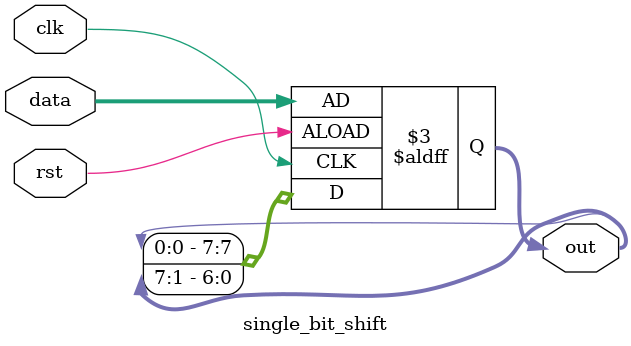
<source format=v>
`timescale 1ns / 1ps
module single_bit_shift(
    input [7:0] data,
	 input clk,
    input rst,
    output reg [7:0] out
    );
	 always @(posedge clk or posedge rst) begin
		if(rst == 1) begin
			out[7:0] <= data[7:0];
		end
		else begin
			out <= {out[0] , out [7:1]};
		end
	 end
endmodule

</source>
